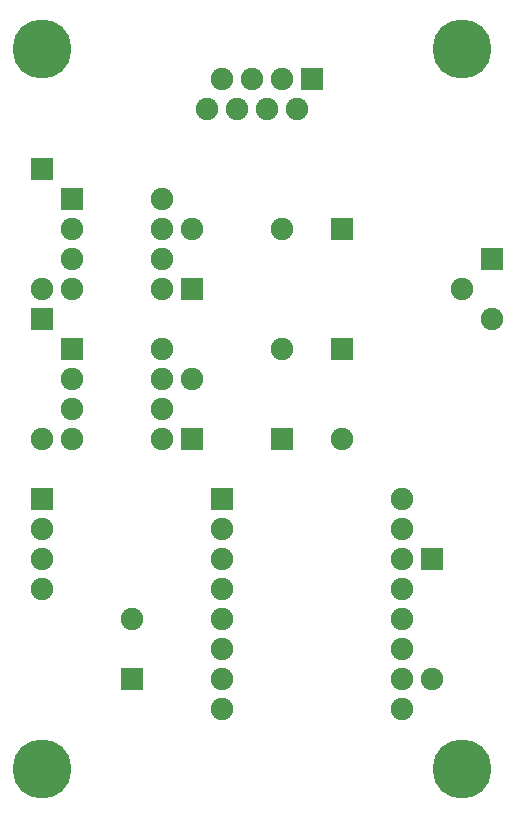
<source format=gbr>
G04 start of page 4 for group 2 idx 4 *
G04 Title: (unknown), power *
G04 Creator: pcb 20140316 *
G04 CreationDate: Wed 27 Jan 2016 09:28:51 PM GMT UTC *
G04 For: veox *
G04 Format: Gerber/RS-274X *
G04 PCB-Dimensions (mil): 1800.00 3000.00 *
G04 PCB-Coordinate-Origin: lower left *
%MOIN*%
%FSLAX25Y25*%
%LNGROUP2*%
%ADD27C,0.0315*%
%ADD26C,0.1181*%
%ADD25C,0.1969*%
%ADD24C,0.0001*%
%ADD23C,0.0750*%
G54D23*X60000Y130000D03*
Y140000D03*
Y150000D03*
Y160000D03*
G54D24*G36*
X66250Y133750D02*Y126250D01*
X73750D01*
Y133750D01*
X66250D01*
G37*
G54D23*X70000Y150000D03*
G54D24*G36*
X66250Y183750D02*Y176250D01*
X73750D01*
Y183750D01*
X66250D01*
G37*
G54D23*X70000Y200000D03*
X60000Y180000D03*
Y190000D03*
Y200000D03*
Y210000D03*
X30000Y130000D03*
G54D24*G36*
X16250Y113750D02*Y106250D01*
X23750D01*
Y113750D01*
X16250D01*
G37*
G54D23*X20000Y100000D03*
Y90000D03*
Y80000D03*
G54D24*G36*
X46250Y53750D02*Y46250D01*
X53750D01*
Y53750D01*
X46250D01*
G37*
G54D23*X50000Y70000D03*
X20000Y130000D03*
X30000Y200000D03*
Y190000D03*
Y180000D03*
G54D24*G36*
X26250Y213750D02*Y206250D01*
X33750D01*
Y213750D01*
X26250D01*
G37*
G36*
Y163750D02*Y156250D01*
X33750D01*
Y163750D01*
X26250D01*
G37*
G54D23*X30000Y150000D03*
Y140000D03*
G54D24*G36*
X16250Y173750D02*Y166250D01*
X23750D01*
Y173750D01*
X16250D01*
G37*
G36*
Y223750D02*Y216250D01*
X23750D01*
Y223750D01*
X16250D01*
G37*
G54D23*X20000Y180000D03*
X80000Y60000D03*
Y50000D03*
Y40000D03*
G54D24*G36*
X76250Y113750D02*Y106250D01*
X83750D01*
Y113750D01*
X76250D01*
G37*
G54D23*X80000Y100000D03*
Y90000D03*
Y80000D03*
Y70000D03*
X100000Y250000D03*
X90000D03*
X80000D03*
X95000Y240000D03*
X85000D03*
X75000D03*
G54D24*G36*
X106250Y253750D02*Y246250D01*
X113750D01*
Y253750D01*
X106250D01*
G37*
G54D23*X105000Y240000D03*
G54D24*G36*
X166250Y193750D02*Y186250D01*
X173750D01*
Y193750D01*
X166250D01*
G37*
G54D23*X160000Y180000D03*
X170000Y170000D03*
G54D24*G36*
X116250Y203750D02*Y196250D01*
X123750D01*
Y203750D01*
X116250D01*
G37*
G54D23*X100000Y200000D03*
G54D24*G36*
X116250Y163750D02*Y156250D01*
X123750D01*
Y163750D01*
X116250D01*
G37*
G54D23*X100000Y160000D03*
G54D24*G36*
X96250Y133750D02*Y126250D01*
X103750D01*
Y133750D01*
X96250D01*
G37*
G54D23*X120000Y130000D03*
X140000Y70000D03*
Y80000D03*
Y90000D03*
Y100000D03*
Y110000D03*
Y40000D03*
Y50000D03*
Y60000D03*
G54D24*G36*
X146250Y93750D02*Y86250D01*
X153750D01*
Y93750D01*
X146250D01*
G37*
G54D23*X150000Y50000D03*
G54D25*X160000Y260000D03*
X20000D03*
Y20000D03*
X160000D03*
G54D26*G54D27*M02*

</source>
